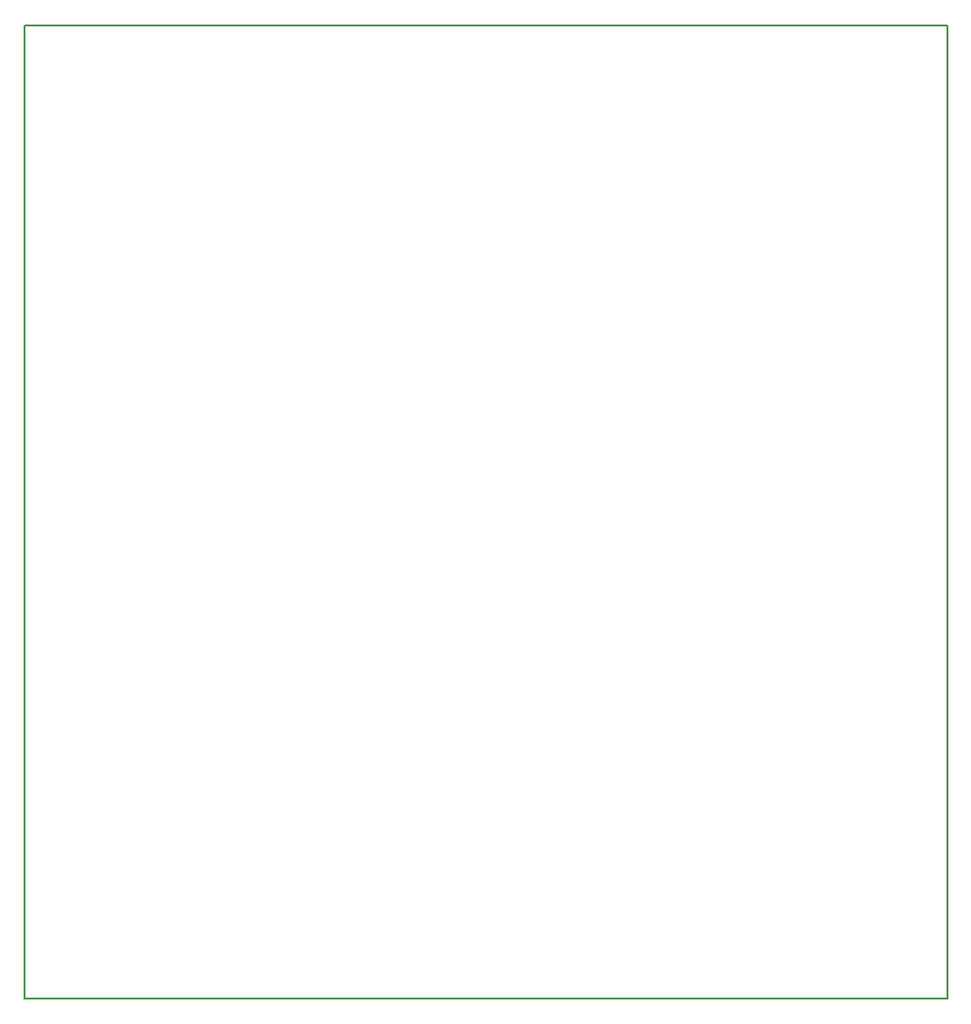
<source format=gbo>
G04 MADE WITH FRITZING*
G04 WWW.FRITZING.ORG*
G04 DOUBLE SIDED*
G04 HOLES PLATED*
G04 CONTOUR ON CENTER OF CONTOUR VECTOR*
%ASAXBY*%
%FSLAX23Y23*%
%MOIN*%
%OFA0B0*%
%SFA1.0B1.0*%
%ADD10R,3.270660X3.447370X3.254660X3.431370*%
%ADD11C,0.008000*%
%LNSILK0*%
G90*
G70*
G54D11*
X4Y3443D02*
X3267Y3443D01*
X3267Y4D01*
X4Y4D01*
X4Y3443D01*
D02*
G04 End of Silk0*
M02*
</source>
